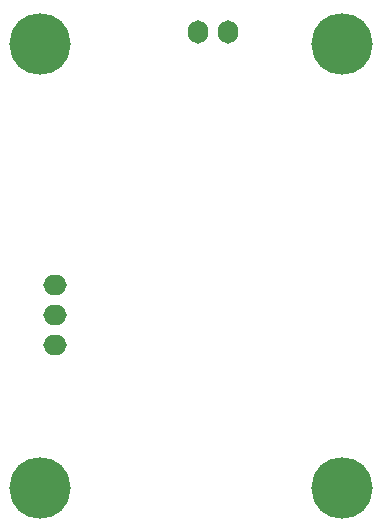
<source format=gbr>
G04 DipTrace 3.1.0.1*
G04 lt3757_nixie_power_supply_nosnub-route-5.BottomMask.gbr*
%MOIN*%
G04 #@! TF.FileFunction,Soldermask,Bot*
G04 #@! TF.Part,Single*
%ADD45O,0.078031X0.068031*%
%ADD53C,0.204882*%
%ADD61O,0.068031X0.078031*%
%FSLAX26Y26*%
G04*
G70*
G90*
G75*
G01*
G04 BotMask*
%LPD*%
D61*
X1145984Y2039685D3*
X1045984D3*
D53*
X520000Y2000315D3*
X1527874D3*
X520000Y520000D3*
X1527874D3*
D45*
X571181Y1094803D3*
Y994803D3*
Y1194803D3*
M02*

</source>
